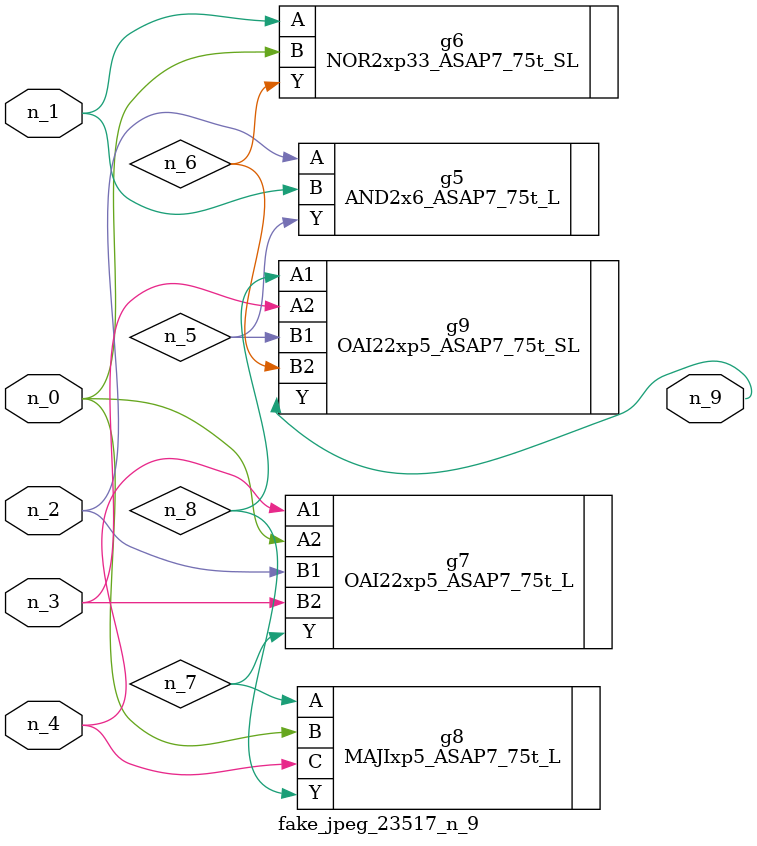
<source format=v>
module fake_jpeg_23517_n_9 (n_3, n_2, n_1, n_0, n_4, n_9);

input n_3;
input n_2;
input n_1;
input n_0;
input n_4;

output n_9;

wire n_8;
wire n_6;
wire n_5;
wire n_7;

AND2x6_ASAP7_75t_L g5 ( 
.A(n_2),
.B(n_1),
.Y(n_5)
);

NOR2xp33_ASAP7_75t_SL g6 ( 
.A(n_1),
.B(n_0),
.Y(n_6)
);

OAI22xp5_ASAP7_75t_L g7 ( 
.A1(n_4),
.A2(n_0),
.B1(n_2),
.B2(n_3),
.Y(n_7)
);

MAJIxp5_ASAP7_75t_L g8 ( 
.A(n_7),
.B(n_0),
.C(n_4),
.Y(n_8)
);

OAI22xp5_ASAP7_75t_SL g9 ( 
.A1(n_8),
.A2(n_3),
.B1(n_5),
.B2(n_6),
.Y(n_9)
);


endmodule
</source>
